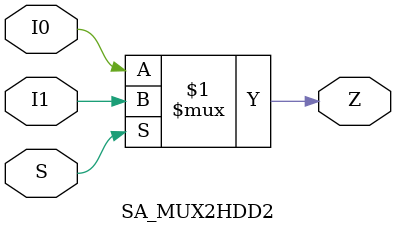
<source format=v>
module SA_MUX2HDD2 (
  I0
 ,I1
 ,S
 ,Z
 );
input I0 ;
input I1 ;
input S ;
output Z ;
assign Z = S ? I1 : I0;
endmodule

</source>
